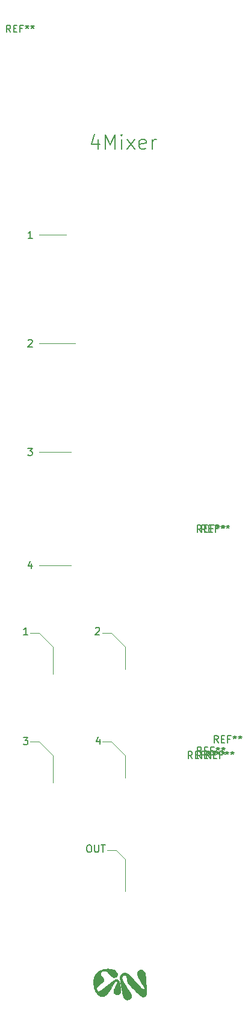
<source format=gbr>
G04 #@! TF.GenerationSoftware,KiCad,Pcbnew,5.1.10-1.fc33*
G04 #@! TF.CreationDate,2021-06-23T22:13:54-04:00*
G04 #@! TF.ProjectId,4xmixerFace,34786d69-7865-4724-9661-63652e6b6963,rev?*
G04 #@! TF.SameCoordinates,Original*
G04 #@! TF.FileFunction,Legend,Top*
G04 #@! TF.FilePolarity,Positive*
%FSLAX46Y46*%
G04 Gerber Fmt 4.6, Leading zero omitted, Abs format (unit mm)*
G04 Created by KiCad (PCBNEW 5.1.10-1.fc33) date 2021-06-23 22:13:54*
%MOMM*%
%LPD*%
G01*
G04 APERTURE LIST*
%ADD10C,0.120000*%
%ADD11C,0.150000*%
%ADD12C,0.010000*%
G04 APERTURE END LIST*
D10*
X92710000Y-129540000D02*
X91440000Y-129540000D01*
D11*
X90176190Y-29771428D02*
X90176190Y-31104761D01*
X89700000Y-29009523D02*
X89223809Y-30438095D01*
X90461904Y-30438095D01*
X91223809Y-31104761D02*
X91223809Y-29104761D01*
X91890476Y-30533333D01*
X92557142Y-29104761D01*
X92557142Y-31104761D01*
X93509523Y-31104761D02*
X93509523Y-29771428D01*
X93509523Y-29104761D02*
X93414285Y-29200000D01*
X93509523Y-29295238D01*
X93604761Y-29200000D01*
X93509523Y-29104761D01*
X93509523Y-29295238D01*
X94271428Y-31104761D02*
X95319047Y-29771428D01*
X94271428Y-29771428D02*
X95319047Y-31104761D01*
X96842857Y-31009523D02*
X96652380Y-31104761D01*
X96271428Y-31104761D01*
X96080952Y-31009523D01*
X95985714Y-30819047D01*
X95985714Y-30057142D01*
X96080952Y-29866666D01*
X96271428Y-29771428D01*
X96652380Y-29771428D01*
X96842857Y-29866666D01*
X96938095Y-30057142D01*
X96938095Y-30247619D01*
X95985714Y-30438095D01*
X97795238Y-31104761D02*
X97795238Y-29771428D01*
X97795238Y-30152380D02*
X97890476Y-29961904D01*
X97985714Y-29866666D01*
X98176190Y-29771428D01*
X98366666Y-29771428D01*
D10*
X93980000Y-130810000D02*
X93980000Y-135255000D01*
X92710000Y-129540000D02*
X93980000Y-130810000D01*
X93980000Y-116205000D02*
X93980000Y-119380000D01*
X92075000Y-114300000D02*
X93980000Y-116205000D01*
X90805000Y-114300000D02*
X92075000Y-114300000D01*
X83820000Y-116205000D02*
X83820000Y-120015000D01*
X81915000Y-114300000D02*
X83820000Y-116205000D01*
X80645000Y-114300000D02*
X81915000Y-114300000D01*
X93980000Y-100965000D02*
X93980000Y-104140000D01*
X92075000Y-99060000D02*
X93980000Y-100965000D01*
X90805000Y-99060000D02*
X92075000Y-99060000D01*
X83820000Y-100965000D02*
X83820000Y-104775000D01*
X83185000Y-100330000D02*
X83820000Y-100965000D01*
X81915000Y-99060000D02*
X83185000Y-100330000D01*
X80645000Y-99060000D02*
X81915000Y-99060000D01*
X81915000Y-89535000D02*
X86360000Y-89535000D01*
X81915000Y-73660000D02*
X86360000Y-73660000D01*
X81915000Y-58420000D02*
X86995000Y-58420000D01*
X81915000Y-43180000D02*
X85725000Y-43180000D01*
D11*
X80835476Y-89320714D02*
X80835476Y-89987380D01*
X80597380Y-88939761D02*
X80359285Y-89654047D01*
X80978333Y-89654047D01*
X80311666Y-73112380D02*
X80930714Y-73112380D01*
X80597380Y-73493333D01*
X80740238Y-73493333D01*
X80835476Y-73540952D01*
X80883095Y-73588571D01*
X80930714Y-73683809D01*
X80930714Y-73921904D01*
X80883095Y-74017142D01*
X80835476Y-74064761D01*
X80740238Y-74112380D01*
X80454523Y-74112380D01*
X80359285Y-74064761D01*
X80311666Y-74017142D01*
X80359285Y-57967619D02*
X80406904Y-57920000D01*
X80502142Y-57872380D01*
X80740238Y-57872380D01*
X80835476Y-57920000D01*
X80883095Y-57967619D01*
X80930714Y-58062857D01*
X80930714Y-58158095D01*
X80883095Y-58300952D01*
X80311666Y-58872380D01*
X80930714Y-58872380D01*
X80930714Y-43632380D02*
X80359285Y-43632380D01*
X80645000Y-43632380D02*
X80645000Y-42632380D01*
X80549761Y-42775238D01*
X80454523Y-42870476D01*
X80359285Y-42918095D01*
X88842433Y-128777889D02*
X89032909Y-128777889D01*
X89128147Y-128825509D01*
X89223385Y-128920747D01*
X89271004Y-129111223D01*
X89271004Y-129444556D01*
X89223385Y-129635032D01*
X89128147Y-129730270D01*
X89032909Y-129777889D01*
X88842433Y-129777889D01*
X88747194Y-129730270D01*
X88651956Y-129635032D01*
X88604337Y-129444556D01*
X88604337Y-129111223D01*
X88651956Y-128920747D01*
X88747194Y-128825509D01*
X88842433Y-128777889D01*
X89699575Y-128777889D02*
X89699575Y-129587413D01*
X89747194Y-129682651D01*
X89794813Y-129730270D01*
X89890052Y-129777889D01*
X90080528Y-129777889D01*
X90175766Y-129730270D01*
X90223385Y-129682651D01*
X90271004Y-129587413D01*
X90271004Y-128777889D01*
X90604337Y-128777889D02*
X91175766Y-128777889D01*
X90890052Y-129777889D02*
X90890052Y-128777889D01*
X90423976Y-113958714D02*
X90423976Y-114625380D01*
X90185880Y-113577761D02*
X89947785Y-114292047D01*
X90566833Y-114292047D01*
X79676666Y-113688880D02*
X80295714Y-113688880D01*
X79962380Y-114069833D01*
X80105238Y-114069833D01*
X80200476Y-114117452D01*
X80248095Y-114165071D01*
X80295714Y-114260309D01*
X80295714Y-114498404D01*
X80248095Y-114593642D01*
X80200476Y-114641261D01*
X80105238Y-114688880D01*
X79819523Y-114688880D01*
X79724285Y-114641261D01*
X79676666Y-114593642D01*
X89820785Y-98353619D02*
X89868404Y-98306000D01*
X89963642Y-98258380D01*
X90201738Y-98258380D01*
X90296976Y-98306000D01*
X90344595Y-98353619D01*
X90392214Y-98448857D01*
X90392214Y-98544095D01*
X90344595Y-98686952D01*
X89773166Y-99258380D01*
X90392214Y-99258380D01*
X80284120Y-99251836D02*
X79712691Y-99251836D01*
X79998406Y-99251836D02*
X79998406Y-98251836D01*
X79903167Y-98394694D01*
X79807929Y-98489932D01*
X79712691Y-98537551D01*
D12*
G04 #@! TO.C,G\u002A\u002A\u002A*
G36*
X91802246Y-146153037D02*
G01*
X92021225Y-146184178D01*
X92221041Y-146234381D01*
X92398521Y-146303328D01*
X92417712Y-146312621D01*
X92550396Y-146391907D01*
X92670883Y-146490313D01*
X92772504Y-146601607D01*
X92844221Y-146711191D01*
X92876320Y-146775115D01*
X92894906Y-146824608D01*
X92903447Y-146872069D01*
X92905409Y-146929896D01*
X92905409Y-146930000D01*
X92890482Y-147038386D01*
X92848380Y-147134529D01*
X92782226Y-147215677D01*
X92695144Y-147279078D01*
X92590255Y-147321980D01*
X92470685Y-147341632D01*
X92437148Y-147342594D01*
X92380487Y-147341353D01*
X92330848Y-147335924D01*
X92284816Y-147323988D01*
X92238978Y-147303226D01*
X92189920Y-147271318D01*
X92134230Y-147225946D01*
X92068494Y-147164790D01*
X91989298Y-147085531D01*
X91893229Y-146985849D01*
X91858575Y-146949479D01*
X91750530Y-146836091D01*
X91661539Y-146743350D01*
X91588899Y-146668781D01*
X91529910Y-146609906D01*
X91481870Y-146564247D01*
X91442077Y-146529329D01*
X91407830Y-146502673D01*
X91376427Y-146481802D01*
X91345166Y-146464241D01*
X91311347Y-146447510D01*
X91310875Y-146447286D01*
X91259506Y-146424224D01*
X91216155Y-146409753D01*
X91170338Y-146401910D01*
X91111575Y-146398731D01*
X91048937Y-146398227D01*
X90972357Y-146399157D01*
X90916996Y-146403211D01*
X90872340Y-146412351D01*
X90827880Y-146428543D01*
X90786894Y-146447179D01*
X90676180Y-146512663D01*
X90594319Y-146590944D01*
X90540780Y-146682792D01*
X90515033Y-146788974D01*
X90512387Y-146844812D01*
X90518565Y-146921781D01*
X90537786Y-146993706D01*
X90572886Y-147065838D01*
X90626702Y-147143429D01*
X90702070Y-147231728D01*
X90747753Y-147280522D01*
X90833546Y-147374497D01*
X90896522Y-147454663D01*
X90939457Y-147526003D01*
X90965126Y-147593500D01*
X90976303Y-147662137D01*
X90977344Y-147692851D01*
X90962492Y-147796378D01*
X90917200Y-147896198D01*
X90840925Y-147993370D01*
X90805019Y-148028609D01*
X90768104Y-148061930D01*
X90711416Y-148112091D01*
X90639307Y-148175291D01*
X90556128Y-148247727D01*
X90466229Y-148325597D01*
X90385933Y-148394809D01*
X90297101Y-148471837D01*
X90214466Y-148544702D01*
X90141656Y-148610110D01*
X90082300Y-148664765D01*
X90040025Y-148705373D01*
X90018804Y-148728184D01*
X89972395Y-148813644D01*
X89953214Y-148907476D01*
X89960194Y-149003646D01*
X89992269Y-149096121D01*
X90048374Y-149178865D01*
X90107918Y-149232616D01*
X90192203Y-149276872D01*
X90278840Y-149290253D01*
X90365251Y-149272421D01*
X90376429Y-149267751D01*
X90404825Y-149251190D01*
X90455030Y-149217626D01*
X90523716Y-149169454D01*
X90607557Y-149109069D01*
X90703228Y-149038866D01*
X90807400Y-148961241D01*
X90914000Y-148880681D01*
X91143477Y-148706036D01*
X91349085Y-148549553D01*
X91532245Y-148410198D01*
X91694379Y-148286938D01*
X91836907Y-148178738D01*
X91961251Y-148084565D01*
X92068832Y-148003384D01*
X92161070Y-147934162D01*
X92239387Y-147875866D01*
X92305205Y-147827461D01*
X92359943Y-147787913D01*
X92405024Y-147756188D01*
X92441869Y-147731254D01*
X92471897Y-147712075D01*
X92496532Y-147697618D01*
X92517193Y-147686849D01*
X92535302Y-147678735D01*
X92552280Y-147672241D01*
X92569548Y-147666334D01*
X92588528Y-147659980D01*
X92595064Y-147657729D01*
X92715894Y-147628818D01*
X92829295Y-147627283D01*
X92932002Y-147651955D01*
X93020748Y-147701666D01*
X93092267Y-147775247D01*
X93135027Y-147850845D01*
X93149111Y-147894372D01*
X93166315Y-147964797D01*
X93185900Y-148057507D01*
X93207127Y-148167884D01*
X93229255Y-148291313D01*
X93251546Y-148423179D01*
X93273260Y-148558866D01*
X93293656Y-148693760D01*
X93311997Y-148823243D01*
X93327542Y-148942701D01*
X93339551Y-149047518D01*
X93347285Y-149133078D01*
X93350001Y-149192524D01*
X93349812Y-149271097D01*
X93347254Y-149327204D01*
X93340627Y-149370122D01*
X93328234Y-149409129D01*
X93308377Y-149453501D01*
X93298552Y-149473639D01*
X93230022Y-149582038D01*
X93143570Y-149664625D01*
X93038553Y-149721779D01*
X92914327Y-149753881D01*
X92811062Y-149761715D01*
X92702135Y-149754660D01*
X92612208Y-149728137D01*
X92532735Y-149678467D01*
X92464460Y-149612467D01*
X92405374Y-149530807D01*
X92369553Y-149440077D01*
X92354488Y-149332898D01*
X92353681Y-149286548D01*
X92355198Y-149244635D01*
X92359805Y-149203583D01*
X92368809Y-149160081D01*
X92383521Y-149110816D01*
X92405249Y-149052478D01*
X92435303Y-148981754D01*
X92474992Y-148895333D01*
X92525624Y-148789904D01*
X92588509Y-148662154D01*
X92646658Y-148545383D01*
X92715455Y-148406957D01*
X92770700Y-148293665D01*
X92813454Y-148202455D01*
X92844776Y-148130273D01*
X92865728Y-148074067D01*
X92877368Y-148030783D01*
X92880757Y-147997367D01*
X92876955Y-147970767D01*
X92867023Y-147947930D01*
X92858638Y-147934872D01*
X92813542Y-147896222D01*
X92750775Y-147876381D01*
X92679972Y-147877948D01*
X92662498Y-147881894D01*
X92633332Y-147892397D01*
X92604004Y-147909472D01*
X92572817Y-147935419D01*
X92538074Y-147972538D01*
X92498079Y-148023129D01*
X92451135Y-148089494D01*
X92395547Y-148173931D01*
X92329617Y-148278741D01*
X92251650Y-148406225D01*
X92159948Y-148558683D01*
X92145331Y-148583132D01*
X92034242Y-148768845D01*
X91937838Y-148929478D01*
X91854691Y-149067306D01*
X91783369Y-149184604D01*
X91722444Y-149283648D01*
X91670485Y-149366713D01*
X91626062Y-149436075D01*
X91587745Y-149494009D01*
X91554105Y-149542790D01*
X91523712Y-149584694D01*
X91495135Y-149621997D01*
X91482594Y-149637756D01*
X91365254Y-149763442D01*
X91237814Y-149859940D01*
X91097474Y-149928641D01*
X90941429Y-149970943D01*
X90779062Y-149987838D01*
X90665600Y-149988122D01*
X90576740Y-149979175D01*
X90534783Y-149969764D01*
X90383030Y-149910952D01*
X90239970Y-149822931D01*
X90106702Y-149707318D01*
X89984322Y-149565732D01*
X89873929Y-149399790D01*
X89776620Y-149211112D01*
X89693493Y-149001315D01*
X89625646Y-148772017D01*
X89580933Y-148563679D01*
X89541422Y-148287577D01*
X89526003Y-148029194D01*
X89534844Y-147785374D01*
X89568114Y-147552961D01*
X89625980Y-147328800D01*
X89650732Y-147255459D01*
X89739592Y-147052576D01*
X89854150Y-146867194D01*
X89992874Y-146700481D01*
X90154236Y-146553608D01*
X90336704Y-146427743D01*
X90538749Y-146324056D01*
X90758841Y-146243715D01*
X90995449Y-146187889D01*
X91062076Y-146177155D01*
X91319498Y-146149208D01*
X91567280Y-146141274D01*
X91802246Y-146153037D01*
G37*
X91802246Y-146153037D02*
X92021225Y-146184178D01*
X92221041Y-146234381D01*
X92398521Y-146303328D01*
X92417712Y-146312621D01*
X92550396Y-146391907D01*
X92670883Y-146490313D01*
X92772504Y-146601607D01*
X92844221Y-146711191D01*
X92876320Y-146775115D01*
X92894906Y-146824608D01*
X92903447Y-146872069D01*
X92905409Y-146929896D01*
X92905409Y-146930000D01*
X92890482Y-147038386D01*
X92848380Y-147134529D01*
X92782226Y-147215677D01*
X92695144Y-147279078D01*
X92590255Y-147321980D01*
X92470685Y-147341632D01*
X92437148Y-147342594D01*
X92380487Y-147341353D01*
X92330848Y-147335924D01*
X92284816Y-147323988D01*
X92238978Y-147303226D01*
X92189920Y-147271318D01*
X92134230Y-147225946D01*
X92068494Y-147164790D01*
X91989298Y-147085531D01*
X91893229Y-146985849D01*
X91858575Y-146949479D01*
X91750530Y-146836091D01*
X91661539Y-146743350D01*
X91588899Y-146668781D01*
X91529910Y-146609906D01*
X91481870Y-146564247D01*
X91442077Y-146529329D01*
X91407830Y-146502673D01*
X91376427Y-146481802D01*
X91345166Y-146464241D01*
X91311347Y-146447510D01*
X91310875Y-146447286D01*
X91259506Y-146424224D01*
X91216155Y-146409753D01*
X91170338Y-146401910D01*
X91111575Y-146398731D01*
X91048937Y-146398227D01*
X90972357Y-146399157D01*
X90916996Y-146403211D01*
X90872340Y-146412351D01*
X90827880Y-146428543D01*
X90786894Y-146447179D01*
X90676180Y-146512663D01*
X90594319Y-146590944D01*
X90540780Y-146682792D01*
X90515033Y-146788974D01*
X90512387Y-146844812D01*
X90518565Y-146921781D01*
X90537786Y-146993706D01*
X90572886Y-147065838D01*
X90626702Y-147143429D01*
X90702070Y-147231728D01*
X90747753Y-147280522D01*
X90833546Y-147374497D01*
X90896522Y-147454663D01*
X90939457Y-147526003D01*
X90965126Y-147593500D01*
X90976303Y-147662137D01*
X90977344Y-147692851D01*
X90962492Y-147796378D01*
X90917200Y-147896198D01*
X90840925Y-147993370D01*
X90805019Y-148028609D01*
X90768104Y-148061930D01*
X90711416Y-148112091D01*
X90639307Y-148175291D01*
X90556128Y-148247727D01*
X90466229Y-148325597D01*
X90385933Y-148394809D01*
X90297101Y-148471837D01*
X90214466Y-148544702D01*
X90141656Y-148610110D01*
X90082300Y-148664765D01*
X90040025Y-148705373D01*
X90018804Y-148728184D01*
X89972395Y-148813644D01*
X89953214Y-148907476D01*
X89960194Y-149003646D01*
X89992269Y-149096121D01*
X90048374Y-149178865D01*
X90107918Y-149232616D01*
X90192203Y-149276872D01*
X90278840Y-149290253D01*
X90365251Y-149272421D01*
X90376429Y-149267751D01*
X90404825Y-149251190D01*
X90455030Y-149217626D01*
X90523716Y-149169454D01*
X90607557Y-149109069D01*
X90703228Y-149038866D01*
X90807400Y-148961241D01*
X90914000Y-148880681D01*
X91143477Y-148706036D01*
X91349085Y-148549553D01*
X91532245Y-148410198D01*
X91694379Y-148286938D01*
X91836907Y-148178738D01*
X91961251Y-148084565D01*
X92068832Y-148003384D01*
X92161070Y-147934162D01*
X92239387Y-147875866D01*
X92305205Y-147827461D01*
X92359943Y-147787913D01*
X92405024Y-147756188D01*
X92441869Y-147731254D01*
X92471897Y-147712075D01*
X92496532Y-147697618D01*
X92517193Y-147686849D01*
X92535302Y-147678735D01*
X92552280Y-147672241D01*
X92569548Y-147666334D01*
X92588528Y-147659980D01*
X92595064Y-147657729D01*
X92715894Y-147628818D01*
X92829295Y-147627283D01*
X92932002Y-147651955D01*
X93020748Y-147701666D01*
X93092267Y-147775247D01*
X93135027Y-147850845D01*
X93149111Y-147894372D01*
X93166315Y-147964797D01*
X93185900Y-148057507D01*
X93207127Y-148167884D01*
X93229255Y-148291313D01*
X93251546Y-148423179D01*
X93273260Y-148558866D01*
X93293656Y-148693760D01*
X93311997Y-148823243D01*
X93327542Y-148942701D01*
X93339551Y-149047518D01*
X93347285Y-149133078D01*
X93350001Y-149192524D01*
X93349812Y-149271097D01*
X93347254Y-149327204D01*
X93340627Y-149370122D01*
X93328234Y-149409129D01*
X93308377Y-149453501D01*
X93298552Y-149473639D01*
X93230022Y-149582038D01*
X93143570Y-149664625D01*
X93038553Y-149721779D01*
X92914327Y-149753881D01*
X92811062Y-149761715D01*
X92702135Y-149754660D01*
X92612208Y-149728137D01*
X92532735Y-149678467D01*
X92464460Y-149612467D01*
X92405374Y-149530807D01*
X92369553Y-149440077D01*
X92354488Y-149332898D01*
X92353681Y-149286548D01*
X92355198Y-149244635D01*
X92359805Y-149203583D01*
X92368809Y-149160081D01*
X92383521Y-149110816D01*
X92405249Y-149052478D01*
X92435303Y-148981754D01*
X92474992Y-148895333D01*
X92525624Y-148789904D01*
X92588509Y-148662154D01*
X92646658Y-148545383D01*
X92715455Y-148406957D01*
X92770700Y-148293665D01*
X92813454Y-148202455D01*
X92844776Y-148130273D01*
X92865728Y-148074067D01*
X92877368Y-148030783D01*
X92880757Y-147997367D01*
X92876955Y-147970767D01*
X92867023Y-147947930D01*
X92858638Y-147934872D01*
X92813542Y-147896222D01*
X92750775Y-147876381D01*
X92679972Y-147877948D01*
X92662498Y-147881894D01*
X92633332Y-147892397D01*
X92604004Y-147909472D01*
X92572817Y-147935419D01*
X92538074Y-147972538D01*
X92498079Y-148023129D01*
X92451135Y-148089494D01*
X92395547Y-148173931D01*
X92329617Y-148278741D01*
X92251650Y-148406225D01*
X92159948Y-148558683D01*
X92145331Y-148583132D01*
X92034242Y-148768845D01*
X91937838Y-148929478D01*
X91854691Y-149067306D01*
X91783369Y-149184604D01*
X91722444Y-149283648D01*
X91670485Y-149366713D01*
X91626062Y-149436075D01*
X91587745Y-149494009D01*
X91554105Y-149542790D01*
X91523712Y-149584694D01*
X91495135Y-149621997D01*
X91482594Y-149637756D01*
X91365254Y-149763442D01*
X91237814Y-149859940D01*
X91097474Y-149928641D01*
X90941429Y-149970943D01*
X90779062Y-149987838D01*
X90665600Y-149988122D01*
X90576740Y-149979175D01*
X90534783Y-149969764D01*
X90383030Y-149910952D01*
X90239970Y-149822931D01*
X90106702Y-149707318D01*
X89984322Y-149565732D01*
X89873929Y-149399790D01*
X89776620Y-149211112D01*
X89693493Y-149001315D01*
X89625646Y-148772017D01*
X89580933Y-148563679D01*
X89541422Y-148287577D01*
X89526003Y-148029194D01*
X89534844Y-147785374D01*
X89568114Y-147552961D01*
X89625980Y-147328800D01*
X89650732Y-147255459D01*
X89739592Y-147052576D01*
X89854150Y-146867194D01*
X89992874Y-146700481D01*
X90154236Y-146553608D01*
X90336704Y-146427743D01*
X90538749Y-146324056D01*
X90758841Y-146243715D01*
X90995449Y-146187889D01*
X91062076Y-146177155D01*
X91319498Y-146149208D01*
X91567280Y-146141274D01*
X91802246Y-146153037D01*
G36*
X96302981Y-146304082D02*
G01*
X96358897Y-146308434D01*
X96400757Y-146317369D01*
X96437379Y-146332263D01*
X96448286Y-146337897D01*
X96561590Y-146416333D01*
X96656099Y-146520354D01*
X96731807Y-146649951D01*
X96788709Y-146805115D01*
X96818983Y-146937937D01*
X96823783Y-146974309D01*
X96830390Y-147038439D01*
X96838475Y-147126406D01*
X96847704Y-147234290D01*
X96857747Y-147358169D01*
X96868274Y-147494125D01*
X96878951Y-147638235D01*
X96883379Y-147699937D01*
X96895603Y-147871529D01*
X96908959Y-148058229D01*
X96922868Y-148251994D01*
X96936751Y-148444786D01*
X96950028Y-148628564D01*
X96962122Y-148795287D01*
X96970730Y-148913365D01*
X96981820Y-149068383D01*
X96990286Y-149195603D01*
X96996259Y-149298859D01*
X96999866Y-149381984D01*
X97001238Y-149448809D01*
X97000503Y-149503170D01*
X96997791Y-149548897D01*
X96993472Y-149588052D01*
X96966654Y-149720230D01*
X96924231Y-149826799D01*
X96864294Y-149910791D01*
X96784936Y-149975240D01*
X96732046Y-150003583D01*
X96623912Y-150041504D01*
X96516810Y-150053657D01*
X96408317Y-150039341D01*
X96296011Y-149997859D01*
X96177470Y-149928513D01*
X96050270Y-149830604D01*
X96009875Y-149795392D01*
X95978794Y-149766927D01*
X95927301Y-149718907D01*
X95857928Y-149653727D01*
X95773204Y-149573780D01*
X95675660Y-149481459D01*
X95567827Y-149379159D01*
X95452236Y-149269272D01*
X95331417Y-149154192D01*
X95269874Y-149095487D01*
X95104225Y-148936815D01*
X94960208Y-148797290D01*
X94835991Y-148674674D01*
X94729741Y-148566726D01*
X94639626Y-148471205D01*
X94563813Y-148385873D01*
X94500469Y-148308488D01*
X94447763Y-148236810D01*
X94403862Y-148168601D01*
X94366932Y-148101618D01*
X94335143Y-148033623D01*
X94306660Y-147962375D01*
X94279651Y-147885635D01*
X94279308Y-147884609D01*
X94260087Y-147824418D01*
X94245986Y-147771155D01*
X94235854Y-147717101D01*
X94228538Y-147654536D01*
X94222885Y-147575740D01*
X94217744Y-147472996D01*
X94217693Y-147471859D01*
X94212091Y-147364089D01*
X94205867Y-147282915D01*
X94198371Y-147223183D01*
X94188953Y-147179739D01*
X94176962Y-147147430D01*
X94176693Y-147146864D01*
X94128504Y-147078108D01*
X94064165Y-147032172D01*
X93988469Y-147008014D01*
X93906211Y-147004593D01*
X93822186Y-147020869D01*
X93741189Y-147055799D01*
X93668014Y-147108343D01*
X93607457Y-147177460D01*
X93564312Y-147262109D01*
X93558083Y-147281185D01*
X93537120Y-147382580D01*
X93537463Y-147482384D01*
X93557550Y-147587646D01*
X93573894Y-147646745D01*
X93591986Y-147703089D01*
X93613459Y-147759676D01*
X93639941Y-147819505D01*
X93673065Y-147885572D01*
X93714459Y-147960876D01*
X93765756Y-148048416D01*
X93828585Y-148151189D01*
X93904577Y-148272194D01*
X93995363Y-148414428D01*
X94071907Y-148533375D01*
X94211058Y-148749423D01*
X94333042Y-148939472D01*
X94438178Y-149104022D01*
X94526782Y-149243576D01*
X94599172Y-149358638D01*
X94655665Y-149449709D01*
X94696578Y-149517292D01*
X94722228Y-149561889D01*
X94728177Y-149573187D01*
X94781586Y-149699101D01*
X94817971Y-149827028D01*
X94836544Y-149950846D01*
X94836514Y-150064436D01*
X94817093Y-150161678D01*
X94807316Y-150186861D01*
X94762522Y-150258106D01*
X94696390Y-150326625D01*
X94618679Y-150383266D01*
X94572898Y-150406748D01*
X94454025Y-150445158D01*
X94326222Y-150464863D01*
X94200782Y-150464856D01*
X94104090Y-150448503D01*
X94002751Y-150409108D01*
X93917035Y-150348207D01*
X93843137Y-150262387D01*
X93783362Y-150160562D01*
X93759301Y-150109300D01*
X93736504Y-150052746D01*
X93714282Y-149988058D01*
X93691946Y-149912389D01*
X93668808Y-149822895D01*
X93644179Y-149716734D01*
X93617372Y-149591058D01*
X93587697Y-149443026D01*
X93554466Y-149269791D01*
X93516990Y-149068510D01*
X93510540Y-149033437D01*
X93468095Y-148802020D01*
X93431082Y-148599333D01*
X93399129Y-148422893D01*
X93371864Y-148270214D01*
X93348915Y-148138814D01*
X93329910Y-148026207D01*
X93314476Y-147929908D01*
X93302241Y-147847435D01*
X93292833Y-147776303D01*
X93285881Y-147714026D01*
X93281010Y-147658122D01*
X93277851Y-147606105D01*
X93276030Y-147555491D01*
X93275174Y-147503797D01*
X93274938Y-147460831D01*
X93282584Y-147293978D01*
X93307298Y-147152545D01*
X93350367Y-147034405D01*
X93413075Y-146937428D01*
X93496710Y-146859488D01*
X93602556Y-146798454D01*
X93696654Y-146762695D01*
X93849901Y-146727255D01*
X93994042Y-146721695D01*
X94131554Y-146746329D01*
X94264911Y-146801474D01*
X94336593Y-146844398D01*
X94369373Y-146867235D01*
X94404728Y-146894278D01*
X94444127Y-146927014D01*
X94489039Y-146966928D01*
X94540934Y-147015507D01*
X94601279Y-147074236D01*
X94671544Y-147144601D01*
X94753197Y-147228088D01*
X94847707Y-147326182D01*
X94956544Y-147440369D01*
X95081175Y-147572136D01*
X95223071Y-147722968D01*
X95383698Y-147894350D01*
X95543316Y-148065062D01*
X95676866Y-148207727D01*
X95805222Y-148344287D01*
X95926583Y-148472860D01*
X96039146Y-148591563D01*
X96141110Y-148698511D01*
X96230672Y-148791822D01*
X96306032Y-148869613D01*
X96365385Y-148929998D01*
X96406932Y-148971097D01*
X96428870Y-148991024D01*
X96430009Y-148991843D01*
X96496305Y-149019250D01*
X96568846Y-149021804D01*
X96636825Y-149000228D01*
X96671198Y-148975744D01*
X96696051Y-148947444D01*
X96705957Y-148916393D01*
X96704870Y-148869118D01*
X96704308Y-148862962D01*
X96702321Y-148842804D01*
X96699657Y-148823787D01*
X96695199Y-148803940D01*
X96687827Y-148781295D01*
X96676423Y-148753885D01*
X96659868Y-148719741D01*
X96637044Y-148676894D01*
X96606832Y-148623375D01*
X96568112Y-148557216D01*
X96519767Y-148476449D01*
X96460679Y-148379106D01*
X96389727Y-148263217D01*
X96305794Y-148126814D01*
X96207761Y-147967929D01*
X96094510Y-147784594D01*
X96056916Y-147723750D01*
X95996103Y-147624400D01*
X95938398Y-147528413D01*
X95886750Y-147440828D01*
X95844111Y-147366685D01*
X95813429Y-147311024D01*
X95801051Y-147286622D01*
X95749653Y-147155720D01*
X95714496Y-147019989D01*
X95696066Y-146885604D01*
X95694852Y-146758741D01*
X95711338Y-146645575D01*
X95743549Y-146556937D01*
X95792621Y-146478262D01*
X95852023Y-146417730D01*
X95930636Y-146367132D01*
X95970187Y-146347491D01*
X96019078Y-146326318D01*
X96062520Y-146313095D01*
X96110834Y-146306013D01*
X96174338Y-146303262D01*
X96224187Y-146302937D01*
X96302981Y-146304082D01*
G37*
X96302981Y-146304082D02*
X96358897Y-146308434D01*
X96400757Y-146317369D01*
X96437379Y-146332263D01*
X96448286Y-146337897D01*
X96561590Y-146416333D01*
X96656099Y-146520354D01*
X96731807Y-146649951D01*
X96788709Y-146805115D01*
X96818983Y-146937937D01*
X96823783Y-146974309D01*
X96830390Y-147038439D01*
X96838475Y-147126406D01*
X96847704Y-147234290D01*
X96857747Y-147358169D01*
X96868274Y-147494125D01*
X96878951Y-147638235D01*
X96883379Y-147699937D01*
X96895603Y-147871529D01*
X96908959Y-148058229D01*
X96922868Y-148251994D01*
X96936751Y-148444786D01*
X96950028Y-148628564D01*
X96962122Y-148795287D01*
X96970730Y-148913365D01*
X96981820Y-149068383D01*
X96990286Y-149195603D01*
X96996259Y-149298859D01*
X96999866Y-149381984D01*
X97001238Y-149448809D01*
X97000503Y-149503170D01*
X96997791Y-149548897D01*
X96993472Y-149588052D01*
X96966654Y-149720230D01*
X96924231Y-149826799D01*
X96864294Y-149910791D01*
X96784936Y-149975240D01*
X96732046Y-150003583D01*
X96623912Y-150041504D01*
X96516810Y-150053657D01*
X96408317Y-150039341D01*
X96296011Y-149997859D01*
X96177470Y-149928513D01*
X96050270Y-149830604D01*
X96009875Y-149795392D01*
X95978794Y-149766927D01*
X95927301Y-149718907D01*
X95857928Y-149653727D01*
X95773204Y-149573780D01*
X95675660Y-149481459D01*
X95567827Y-149379159D01*
X95452236Y-149269272D01*
X95331417Y-149154192D01*
X95269874Y-149095487D01*
X95104225Y-148936815D01*
X94960208Y-148797290D01*
X94835991Y-148674674D01*
X94729741Y-148566726D01*
X94639626Y-148471205D01*
X94563813Y-148385873D01*
X94500469Y-148308488D01*
X94447763Y-148236810D01*
X94403862Y-148168601D01*
X94366932Y-148101618D01*
X94335143Y-148033623D01*
X94306660Y-147962375D01*
X94279651Y-147885635D01*
X94279308Y-147884609D01*
X94260087Y-147824418D01*
X94245986Y-147771155D01*
X94235854Y-147717101D01*
X94228538Y-147654536D01*
X94222885Y-147575740D01*
X94217744Y-147472996D01*
X94217693Y-147471859D01*
X94212091Y-147364089D01*
X94205867Y-147282915D01*
X94198371Y-147223183D01*
X94188953Y-147179739D01*
X94176962Y-147147430D01*
X94176693Y-147146864D01*
X94128504Y-147078108D01*
X94064165Y-147032172D01*
X93988469Y-147008014D01*
X93906211Y-147004593D01*
X93822186Y-147020869D01*
X93741189Y-147055799D01*
X93668014Y-147108343D01*
X93607457Y-147177460D01*
X93564312Y-147262109D01*
X93558083Y-147281185D01*
X93537120Y-147382580D01*
X93537463Y-147482384D01*
X93557550Y-147587646D01*
X93573894Y-147646745D01*
X93591986Y-147703089D01*
X93613459Y-147759676D01*
X93639941Y-147819505D01*
X93673065Y-147885572D01*
X93714459Y-147960876D01*
X93765756Y-148048416D01*
X93828585Y-148151189D01*
X93904577Y-148272194D01*
X93995363Y-148414428D01*
X94071907Y-148533375D01*
X94211058Y-148749423D01*
X94333042Y-148939472D01*
X94438178Y-149104022D01*
X94526782Y-149243576D01*
X94599172Y-149358638D01*
X94655665Y-149449709D01*
X94696578Y-149517292D01*
X94722228Y-149561889D01*
X94728177Y-149573187D01*
X94781586Y-149699101D01*
X94817971Y-149827028D01*
X94836544Y-149950846D01*
X94836514Y-150064436D01*
X94817093Y-150161678D01*
X94807316Y-150186861D01*
X94762522Y-150258106D01*
X94696390Y-150326625D01*
X94618679Y-150383266D01*
X94572898Y-150406748D01*
X94454025Y-150445158D01*
X94326222Y-150464863D01*
X94200782Y-150464856D01*
X94104090Y-150448503D01*
X94002751Y-150409108D01*
X93917035Y-150348207D01*
X93843137Y-150262387D01*
X93783362Y-150160562D01*
X93759301Y-150109300D01*
X93736504Y-150052746D01*
X93714282Y-149988058D01*
X93691946Y-149912389D01*
X93668808Y-149822895D01*
X93644179Y-149716734D01*
X93617372Y-149591058D01*
X93587697Y-149443026D01*
X93554466Y-149269791D01*
X93516990Y-149068510D01*
X93510540Y-149033437D01*
X93468095Y-148802020D01*
X93431082Y-148599333D01*
X93399129Y-148422893D01*
X93371864Y-148270214D01*
X93348915Y-148138814D01*
X93329910Y-148026207D01*
X93314476Y-147929908D01*
X93302241Y-147847435D01*
X93292833Y-147776303D01*
X93285881Y-147714026D01*
X93281010Y-147658122D01*
X93277851Y-147606105D01*
X93276030Y-147555491D01*
X93275174Y-147503797D01*
X93274938Y-147460831D01*
X93282584Y-147293978D01*
X93307298Y-147152545D01*
X93350367Y-147034405D01*
X93413075Y-146937428D01*
X93496710Y-146859488D01*
X93602556Y-146798454D01*
X93696654Y-146762695D01*
X93849901Y-146727255D01*
X93994042Y-146721695D01*
X94131554Y-146746329D01*
X94264911Y-146801474D01*
X94336593Y-146844398D01*
X94369373Y-146867235D01*
X94404728Y-146894278D01*
X94444127Y-146927014D01*
X94489039Y-146966928D01*
X94540934Y-147015507D01*
X94601279Y-147074236D01*
X94671544Y-147144601D01*
X94753197Y-147228088D01*
X94847707Y-147326182D01*
X94956544Y-147440369D01*
X95081175Y-147572136D01*
X95223071Y-147722968D01*
X95383698Y-147894350D01*
X95543316Y-148065062D01*
X95676866Y-148207727D01*
X95805222Y-148344287D01*
X95926583Y-148472860D01*
X96039146Y-148591563D01*
X96141110Y-148698511D01*
X96230672Y-148791822D01*
X96306032Y-148869613D01*
X96365385Y-148929998D01*
X96406932Y-148971097D01*
X96428870Y-148991024D01*
X96430009Y-148991843D01*
X96496305Y-149019250D01*
X96568846Y-149021804D01*
X96636825Y-149000228D01*
X96671198Y-148975744D01*
X96696051Y-148947444D01*
X96705957Y-148916393D01*
X96704870Y-148869118D01*
X96704308Y-148862962D01*
X96702321Y-148842804D01*
X96699657Y-148823787D01*
X96695199Y-148803940D01*
X96687827Y-148781295D01*
X96676423Y-148753885D01*
X96659868Y-148719741D01*
X96637044Y-148676894D01*
X96606832Y-148623375D01*
X96568112Y-148557216D01*
X96519767Y-148476449D01*
X96460679Y-148379106D01*
X96389727Y-148263217D01*
X96305794Y-148126814D01*
X96207761Y-147967929D01*
X96094510Y-147784594D01*
X96056916Y-147723750D01*
X95996103Y-147624400D01*
X95938398Y-147528413D01*
X95886750Y-147440828D01*
X95844111Y-147366685D01*
X95813429Y-147311024D01*
X95801051Y-147286622D01*
X95749653Y-147155720D01*
X95714496Y-147019989D01*
X95696066Y-146885604D01*
X95694852Y-146758741D01*
X95711338Y-146645575D01*
X95743549Y-146556937D01*
X95792621Y-146478262D01*
X95852023Y-146417730D01*
X95930636Y-146367132D01*
X95970187Y-146347491D01*
X96019078Y-146326318D01*
X96062520Y-146313095D01*
X96110834Y-146306013D01*
X96174338Y-146303262D01*
X96224187Y-146302937D01*
X96302981Y-146304082D01*
G04 #@! TO.C,REF\u002A\u002A*
D11*
X107091666Y-114417380D02*
X106758333Y-113941190D01*
X106520238Y-114417380D02*
X106520238Y-113417380D01*
X106901190Y-113417380D01*
X106996428Y-113465000D01*
X107044047Y-113512619D01*
X107091666Y-113607857D01*
X107091666Y-113750714D01*
X107044047Y-113845952D01*
X106996428Y-113893571D01*
X106901190Y-113941190D01*
X106520238Y-113941190D01*
X107520238Y-113893571D02*
X107853571Y-113893571D01*
X107996428Y-114417380D02*
X107520238Y-114417380D01*
X107520238Y-113417380D01*
X107996428Y-113417380D01*
X108758333Y-113893571D02*
X108425000Y-113893571D01*
X108425000Y-114417380D02*
X108425000Y-113417380D01*
X108901190Y-113417380D01*
X109425000Y-113417380D02*
X109425000Y-113655476D01*
X109186904Y-113560238D02*
X109425000Y-113655476D01*
X109663095Y-113560238D01*
X109282142Y-113845952D02*
X109425000Y-113655476D01*
X109567857Y-113845952D01*
X110186904Y-113417380D02*
X110186904Y-113655476D01*
X109948809Y-113560238D02*
X110186904Y-113655476D01*
X110425000Y-113560238D01*
X110044047Y-113845952D02*
X110186904Y-113655476D01*
X110329761Y-113845952D01*
X77871666Y-14727380D02*
X77538333Y-14251190D01*
X77300238Y-14727380D02*
X77300238Y-13727380D01*
X77681190Y-13727380D01*
X77776428Y-13775000D01*
X77824047Y-13822619D01*
X77871666Y-13917857D01*
X77871666Y-14060714D01*
X77824047Y-14155952D01*
X77776428Y-14203571D01*
X77681190Y-14251190D01*
X77300238Y-14251190D01*
X78300238Y-14203571D02*
X78633571Y-14203571D01*
X78776428Y-14727380D02*
X78300238Y-14727380D01*
X78300238Y-13727380D01*
X78776428Y-13727380D01*
X79538333Y-14203571D02*
X79205000Y-14203571D01*
X79205000Y-14727380D02*
X79205000Y-13727380D01*
X79681190Y-13727380D01*
X80205000Y-13727380D02*
X80205000Y-13965476D01*
X79966904Y-13870238D02*
X80205000Y-13965476D01*
X80443095Y-13870238D01*
X80062142Y-14155952D02*
X80205000Y-13965476D01*
X80347857Y-14155952D01*
X80966904Y-13727380D02*
X80966904Y-13965476D01*
X80728809Y-13870238D02*
X80966904Y-13965476D01*
X81205000Y-13870238D01*
X80824047Y-14155952D02*
X80966904Y-13965476D01*
X81109761Y-14155952D01*
X104711666Y-84907380D02*
X104378333Y-84431190D01*
X104140238Y-84907380D02*
X104140238Y-83907380D01*
X104521190Y-83907380D01*
X104616428Y-83955000D01*
X104664047Y-84002619D01*
X104711666Y-84097857D01*
X104711666Y-84240714D01*
X104664047Y-84335952D01*
X104616428Y-84383571D01*
X104521190Y-84431190D01*
X104140238Y-84431190D01*
X105140238Y-84383571D02*
X105473571Y-84383571D01*
X105616428Y-84907380D02*
X105140238Y-84907380D01*
X105140238Y-83907380D01*
X105616428Y-83907380D01*
X106378333Y-84383571D02*
X106045000Y-84383571D01*
X106045000Y-84907380D02*
X106045000Y-83907380D01*
X106521190Y-83907380D01*
X107045000Y-83907380D02*
X107045000Y-84145476D01*
X106806904Y-84050238D02*
X107045000Y-84145476D01*
X107283095Y-84050238D01*
X106902142Y-84335952D02*
X107045000Y-84145476D01*
X107187857Y-84335952D01*
X107806904Y-83907380D02*
X107806904Y-84145476D01*
X107568809Y-84050238D02*
X107806904Y-84145476D01*
X108045000Y-84050238D01*
X107664047Y-84335952D02*
X107806904Y-84145476D01*
X107949761Y-84335952D01*
X104711666Y-84907380D02*
X104378333Y-84431190D01*
X104140238Y-84907380D02*
X104140238Y-83907380D01*
X104521190Y-83907380D01*
X104616428Y-83955000D01*
X104664047Y-84002619D01*
X104711666Y-84097857D01*
X104711666Y-84240714D01*
X104664047Y-84335952D01*
X104616428Y-84383571D01*
X104521190Y-84431190D01*
X104140238Y-84431190D01*
X105140238Y-84383571D02*
X105473571Y-84383571D01*
X105616428Y-84907380D02*
X105140238Y-84907380D01*
X105140238Y-83907380D01*
X105616428Y-83907380D01*
X106378333Y-84383571D02*
X106045000Y-84383571D01*
X106045000Y-84907380D02*
X106045000Y-83907380D01*
X106521190Y-83907380D01*
X107045000Y-83907380D02*
X107045000Y-84145476D01*
X106806904Y-84050238D02*
X107045000Y-84145476D01*
X107283095Y-84050238D01*
X106902142Y-84335952D02*
X107045000Y-84145476D01*
X107187857Y-84335952D01*
X107806904Y-83907380D02*
X107806904Y-84145476D01*
X107568809Y-84050238D02*
X107806904Y-84145476D01*
X108045000Y-84050238D01*
X107664047Y-84335952D02*
X107806904Y-84145476D01*
X107949761Y-84335952D01*
X104711666Y-84907380D02*
X104378333Y-84431190D01*
X104140238Y-84907380D02*
X104140238Y-83907380D01*
X104521190Y-83907380D01*
X104616428Y-83955000D01*
X104664047Y-84002619D01*
X104711666Y-84097857D01*
X104711666Y-84240714D01*
X104664047Y-84335952D01*
X104616428Y-84383571D01*
X104521190Y-84431190D01*
X104140238Y-84431190D01*
X105140238Y-84383571D02*
X105473571Y-84383571D01*
X105616428Y-84907380D02*
X105140238Y-84907380D01*
X105140238Y-83907380D01*
X105616428Y-83907380D01*
X106378333Y-84383571D02*
X106045000Y-84383571D01*
X106045000Y-84907380D02*
X106045000Y-83907380D01*
X106521190Y-83907380D01*
X107045000Y-83907380D02*
X107045000Y-84145476D01*
X106806904Y-84050238D02*
X107045000Y-84145476D01*
X107283095Y-84050238D01*
X106902142Y-84335952D02*
X107045000Y-84145476D01*
X107187857Y-84335952D01*
X107806904Y-83907380D02*
X107806904Y-84145476D01*
X107568809Y-84050238D02*
X107806904Y-84145476D01*
X108045000Y-84050238D01*
X107664047Y-84335952D02*
X107806904Y-84145476D01*
X107949761Y-84335952D01*
X105346666Y-84907380D02*
X105013333Y-84431190D01*
X104775238Y-84907380D02*
X104775238Y-83907380D01*
X105156190Y-83907380D01*
X105251428Y-83955000D01*
X105299047Y-84002619D01*
X105346666Y-84097857D01*
X105346666Y-84240714D01*
X105299047Y-84335952D01*
X105251428Y-84383571D01*
X105156190Y-84431190D01*
X104775238Y-84431190D01*
X105775238Y-84383571D02*
X106108571Y-84383571D01*
X106251428Y-84907380D02*
X105775238Y-84907380D01*
X105775238Y-83907380D01*
X106251428Y-83907380D01*
X107013333Y-84383571D02*
X106680000Y-84383571D01*
X106680000Y-84907380D02*
X106680000Y-83907380D01*
X107156190Y-83907380D01*
X107680000Y-83907380D02*
X107680000Y-84145476D01*
X107441904Y-84050238D02*
X107680000Y-84145476D01*
X107918095Y-84050238D01*
X107537142Y-84335952D02*
X107680000Y-84145476D01*
X107822857Y-84335952D01*
X108441904Y-83907380D02*
X108441904Y-84145476D01*
X108203809Y-84050238D02*
X108441904Y-84145476D01*
X108680000Y-84050238D01*
X108299047Y-84335952D02*
X108441904Y-84145476D01*
X108584761Y-84335952D01*
X104711666Y-116022380D02*
X104378333Y-115546190D01*
X104140238Y-116022380D02*
X104140238Y-115022380D01*
X104521190Y-115022380D01*
X104616428Y-115070000D01*
X104664047Y-115117619D01*
X104711666Y-115212857D01*
X104711666Y-115355714D01*
X104664047Y-115450952D01*
X104616428Y-115498571D01*
X104521190Y-115546190D01*
X104140238Y-115546190D01*
X105140238Y-115498571D02*
X105473571Y-115498571D01*
X105616428Y-116022380D02*
X105140238Y-116022380D01*
X105140238Y-115022380D01*
X105616428Y-115022380D01*
X106378333Y-115498571D02*
X106045000Y-115498571D01*
X106045000Y-116022380D02*
X106045000Y-115022380D01*
X106521190Y-115022380D01*
X107045000Y-115022380D02*
X107045000Y-115260476D01*
X106806904Y-115165238D02*
X107045000Y-115260476D01*
X107283095Y-115165238D01*
X106902142Y-115450952D02*
X107045000Y-115260476D01*
X107187857Y-115450952D01*
X107806904Y-115022380D02*
X107806904Y-115260476D01*
X107568809Y-115165238D02*
X107806904Y-115260476D01*
X108045000Y-115165238D01*
X107664047Y-115450952D02*
X107806904Y-115260476D01*
X107949761Y-115450952D01*
X103441666Y-116657380D02*
X103108333Y-116181190D01*
X102870238Y-116657380D02*
X102870238Y-115657380D01*
X103251190Y-115657380D01*
X103346428Y-115705000D01*
X103394047Y-115752619D01*
X103441666Y-115847857D01*
X103441666Y-115990714D01*
X103394047Y-116085952D01*
X103346428Y-116133571D01*
X103251190Y-116181190D01*
X102870238Y-116181190D01*
X103870238Y-116133571D02*
X104203571Y-116133571D01*
X104346428Y-116657380D02*
X103870238Y-116657380D01*
X103870238Y-115657380D01*
X104346428Y-115657380D01*
X105108333Y-116133571D02*
X104775000Y-116133571D01*
X104775000Y-116657380D02*
X104775000Y-115657380D01*
X105251190Y-115657380D01*
X105775000Y-115657380D02*
X105775000Y-115895476D01*
X105536904Y-115800238D02*
X105775000Y-115895476D01*
X106013095Y-115800238D01*
X105632142Y-116085952D02*
X105775000Y-115895476D01*
X105917857Y-116085952D01*
X106536904Y-115657380D02*
X106536904Y-115895476D01*
X106298809Y-115800238D02*
X106536904Y-115895476D01*
X106775000Y-115800238D01*
X106394047Y-116085952D02*
X106536904Y-115895476D01*
X106679761Y-116085952D01*
X105981666Y-116657380D02*
X105648333Y-116181190D01*
X105410238Y-116657380D02*
X105410238Y-115657380D01*
X105791190Y-115657380D01*
X105886428Y-115705000D01*
X105934047Y-115752619D01*
X105981666Y-115847857D01*
X105981666Y-115990714D01*
X105934047Y-116085952D01*
X105886428Y-116133571D01*
X105791190Y-116181190D01*
X105410238Y-116181190D01*
X106410238Y-116133571D02*
X106743571Y-116133571D01*
X106886428Y-116657380D02*
X106410238Y-116657380D01*
X106410238Y-115657380D01*
X106886428Y-115657380D01*
X107648333Y-116133571D02*
X107315000Y-116133571D01*
X107315000Y-116657380D02*
X107315000Y-115657380D01*
X107791190Y-115657380D01*
X108315000Y-115657380D02*
X108315000Y-115895476D01*
X108076904Y-115800238D02*
X108315000Y-115895476D01*
X108553095Y-115800238D01*
X108172142Y-116085952D02*
X108315000Y-115895476D01*
X108457857Y-116085952D01*
X109076904Y-115657380D02*
X109076904Y-115895476D01*
X108838809Y-115800238D02*
X109076904Y-115895476D01*
X109315000Y-115800238D01*
X108934047Y-116085952D02*
X109076904Y-115895476D01*
X109219761Y-116085952D01*
X104711666Y-116657380D02*
X104378333Y-116181190D01*
X104140238Y-116657380D02*
X104140238Y-115657380D01*
X104521190Y-115657380D01*
X104616428Y-115705000D01*
X104664047Y-115752619D01*
X104711666Y-115847857D01*
X104711666Y-115990714D01*
X104664047Y-116085952D01*
X104616428Y-116133571D01*
X104521190Y-116181190D01*
X104140238Y-116181190D01*
X105140238Y-116133571D02*
X105473571Y-116133571D01*
X105616428Y-116657380D02*
X105140238Y-116657380D01*
X105140238Y-115657380D01*
X105616428Y-115657380D01*
X106378333Y-116133571D02*
X106045000Y-116133571D01*
X106045000Y-116657380D02*
X106045000Y-115657380D01*
X106521190Y-115657380D01*
X107045000Y-115657380D02*
X107045000Y-115895476D01*
X106806904Y-115800238D02*
X107045000Y-115895476D01*
X107283095Y-115800238D01*
X106902142Y-116085952D02*
X107045000Y-115895476D01*
X107187857Y-116085952D01*
X107806904Y-115657380D02*
X107806904Y-115895476D01*
X107568809Y-115800238D02*
X107806904Y-115895476D01*
X108045000Y-115800238D01*
X107664047Y-116085952D02*
X107806904Y-115895476D01*
X107949761Y-116085952D01*
X104711666Y-116657380D02*
X104378333Y-116181190D01*
X104140238Y-116657380D02*
X104140238Y-115657380D01*
X104521190Y-115657380D01*
X104616428Y-115705000D01*
X104664047Y-115752619D01*
X104711666Y-115847857D01*
X104711666Y-115990714D01*
X104664047Y-116085952D01*
X104616428Y-116133571D01*
X104521190Y-116181190D01*
X104140238Y-116181190D01*
X105140238Y-116133571D02*
X105473571Y-116133571D01*
X105616428Y-116657380D02*
X105140238Y-116657380D01*
X105140238Y-115657380D01*
X105616428Y-115657380D01*
X106378333Y-116133571D02*
X106045000Y-116133571D01*
X106045000Y-116657380D02*
X106045000Y-115657380D01*
X106521190Y-115657380D01*
X107045000Y-115657380D02*
X107045000Y-115895476D01*
X106806904Y-115800238D02*
X107045000Y-115895476D01*
X107283095Y-115800238D01*
X106902142Y-116085952D02*
X107045000Y-115895476D01*
X107187857Y-116085952D01*
X107806904Y-115657380D02*
X107806904Y-115895476D01*
X107568809Y-115800238D02*
X107806904Y-115895476D01*
X108045000Y-115800238D01*
X107664047Y-116085952D02*
X107806904Y-115895476D01*
X107949761Y-116085952D01*
G04 #@! TD*
M02*

</source>
